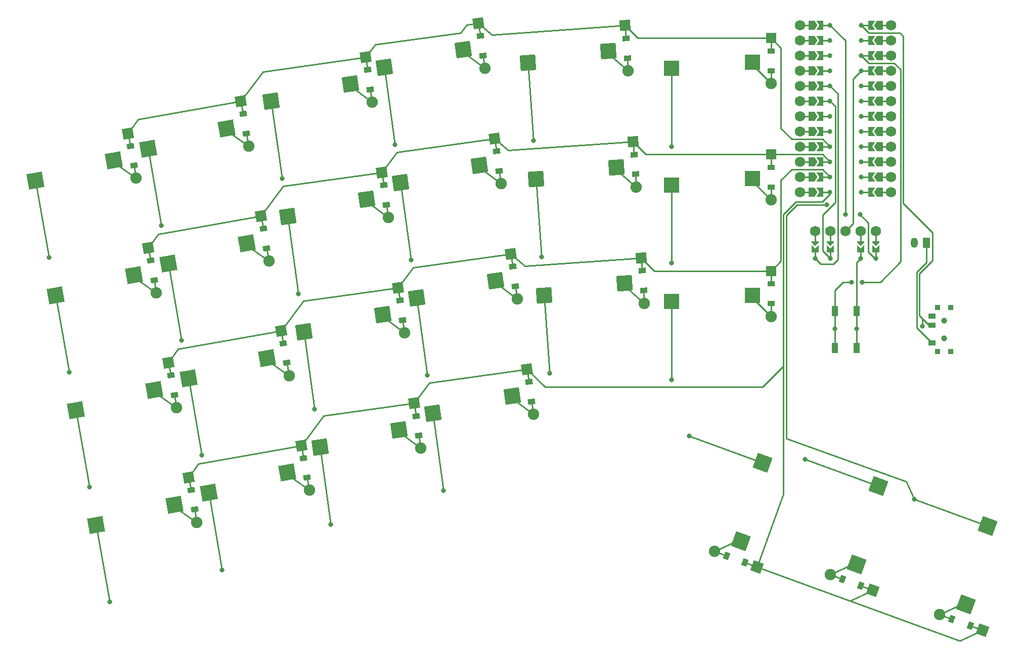
<source format=gbr>
%TF.GenerationSoftware,KiCad,Pcbnew,8.0.2*%
%TF.CreationDate,2024-05-15T16:11:07-05:00*%
%TF.ProjectId,janus,6a616e75-732e-46b6-9963-61645f706362,v1.0.0*%
%TF.SameCoordinates,Original*%
%TF.FileFunction,Copper,L1,Top*%
%TF.FilePolarity,Positive*%
%FSLAX46Y46*%
G04 Gerber Fmt 4.6, Leading zero omitted, Abs format (unit mm)*
G04 Created by KiCad (PCBNEW 8.0.2) date 2024-05-15 16:11:07*
%MOMM*%
%LPD*%
G01*
G04 APERTURE LIST*
G04 Aperture macros list*
%AMRotRect*
0 Rectangle, with rotation*
0 The origin of the aperture is its center*
0 $1 length*
0 $2 width*
0 $3 Rotation angle, in degrees counterclockwise*
0 Add horizontal line*
21,1,$1,$2,0,0,$3*%
%AMFreePoly0*
4,1,6,0.600000,0.200000,0.000000,-0.400000,-0.600000,0.200000,-0.600000,0.400000,0.600000,0.400000,0.600000,0.200000,0.600000,0.200000,$1*%
%AMFreePoly1*
4,1,6,0.600000,-0.250000,-0.600000,-0.250000,-0.600000,1.000000,0.000000,0.400000,0.600000,1.000000,0.600000,-0.250000,0.600000,-0.250000,$1*%
%AMFreePoly2*
4,1,6,1.000000,0.000000,0.500000,-0.750000,-0.500000,-0.750000,-0.500000,0.750000,0.500000,0.750000,1.000000,0.000000,1.000000,0.000000,$1*%
%AMFreePoly3*
4,1,6,0.500000,-0.750000,-0.650000,-0.750000,-0.150000,0.000000,-0.650000,0.750000,0.500000,0.750000,0.500000,-0.750000,0.500000,-0.750000,$1*%
G04 Aperture macros list end*
%TA.AperFunction,SMDPad,CuDef*%
%ADD10FreePoly0,0.000000*%
%TD*%
%TA.AperFunction,SMDPad,CuDef*%
%ADD11FreePoly1,0.000000*%
%TD*%
%TA.AperFunction,ComponentPad*%
%ADD12C,0.800000*%
%TD*%
%TA.AperFunction,ComponentPad*%
%ADD13C,1.752600*%
%TD*%
%TA.AperFunction,SMDPad,CuDef*%
%ADD14R,0.900000X0.900000*%
%TD*%
%TA.AperFunction,WasherPad*%
%ADD15C,1.000000*%
%TD*%
%TA.AperFunction,SMDPad,CuDef*%
%ADD16R,1.250000X0.900000*%
%TD*%
%TA.AperFunction,SMDPad,CuDef*%
%ADD17R,1.100000X1.800000*%
%TD*%
%TA.AperFunction,ComponentPad*%
%ADD18R,1.778000X1.778000*%
%TD*%
%TA.AperFunction,SMDPad,CuDef*%
%ADD19R,1.200000X0.900000*%
%TD*%
%TA.AperFunction,ComponentPad*%
%ADD20C,1.905000*%
%TD*%
%TA.AperFunction,SMDPad,CuDef*%
%ADD21RotRect,2.600000X2.600000X10.000000*%
%TD*%
%TA.AperFunction,ComponentPad*%
%ADD22RotRect,1.778000X1.778000X278.000000*%
%TD*%
%TA.AperFunction,SMDPad,CuDef*%
%ADD23RotRect,0.900000X1.200000X278.000000*%
%TD*%
%TA.AperFunction,SMDPad,CuDef*%
%ADD24RotRect,2.600000X2.600000X8.000000*%
%TD*%
%TA.AperFunction,SMDPad,CuDef*%
%ADD25R,2.600000X2.600000*%
%TD*%
%TA.AperFunction,ComponentPad*%
%ADD26RotRect,1.778000X1.778000X160.000000*%
%TD*%
%TA.AperFunction,SMDPad,CuDef*%
%ADD27RotRect,0.900000X1.200000X160.000000*%
%TD*%
%TA.AperFunction,ComponentPad*%
%ADD28RotRect,1.778000X1.778000X274.000000*%
%TD*%
%TA.AperFunction,SMDPad,CuDef*%
%ADD29RotRect,0.900000X1.200000X274.000000*%
%TD*%
%TA.AperFunction,ComponentPad*%
%ADD30RotRect,1.778000X1.778000X280.000000*%
%TD*%
%TA.AperFunction,SMDPad,CuDef*%
%ADD31RotRect,0.900000X1.200000X280.000000*%
%TD*%
%TA.AperFunction,ComponentPad*%
%ADD32R,1.200000X1.700000*%
%TD*%
%TA.AperFunction,ComponentPad*%
%ADD33O,1.200000X1.700000*%
%TD*%
%TA.AperFunction,SMDPad,CuDef*%
%ADD34FreePoly2,0.000000*%
%TD*%
%TA.AperFunction,SMDPad,CuDef*%
%ADD35FreePoly3,0.000000*%
%TD*%
%TA.AperFunction,SMDPad,CuDef*%
%ADD36FreePoly3,180.000000*%
%TD*%
%TA.AperFunction,SMDPad,CuDef*%
%ADD37FreePoly2,180.000000*%
%TD*%
%TA.AperFunction,SMDPad,CuDef*%
%ADD38RotRect,2.600000X2.600000X4.000000*%
%TD*%
%TA.AperFunction,SMDPad,CuDef*%
%ADD39RotRect,2.600000X2.600000X250.000000*%
%TD*%
%TA.AperFunction,ViaPad*%
%ADD40C,0.800000*%
%TD*%
%TA.AperFunction,Conductor*%
%ADD41C,0.250000*%
%TD*%
G04 APERTURE END LIST*
D10*
%TO.P,OLED1,*%
%TO.N,O1*%
X267709351Y-135545229D03*
D11*
%TO.N,P2*%
X267709351Y-136722028D03*
D12*
X267709351Y-137992028D03*
D11*
%TO.N,P3*%
X270249345Y-136722033D03*
D10*
%TO.N,O2*%
X270249351Y-135545228D03*
D12*
%TO.N,P3*%
X270249351Y-137992028D03*
D10*
%TO.N,O4*%
X275329351Y-135545228D03*
D11*
%TO.N,GND*%
X275329351Y-136722028D03*
D12*
X275329351Y-137992028D03*
D10*
%TO.N,O5*%
X277869354Y-135545228D03*
D11*
%TO.N,P1*%
X277869351Y-136722028D03*
D12*
X277869351Y-137992028D03*
D13*
%TO.P,OLED1,1*%
%TO.N,O1*%
X267709351Y-133390028D03*
%TO.P,OLED1,2*%
%TO.N,O2*%
X270249351Y-133390028D03*
%TO.P,OLED1,3*%
%TO.N,VCC*%
X272789351Y-133390028D03*
%TO.P,OLED1,4*%
%TO.N,O4*%
X275329351Y-133390028D03*
%TO.P,OLED1,5*%
%TO.N,O5*%
X277869351Y-133390028D03*
%TD*%
D14*
%TO.P,T1,*%
%TO.N,*%
X290389355Y-146210031D03*
X288189355Y-146210031D03*
D15*
X289289355Y-148410031D03*
X289289355Y-151410031D03*
D14*
X290389355Y-153610031D03*
X288189355Y-153610031D03*
D16*
%TO.P,T1,1*%
%TO.N,BPOS*%
X287214355Y-152160031D03*
%TO.P,T1,2*%
%TO.N,RAW*%
X287214355Y-149160031D03*
%TO.P,T1,3*%
%TO.N,N/C*%
X287214355Y-147660031D03*
%TD*%
D17*
%TO.P,B1,1*%
%TO.N,GND*%
X274639354Y-146810049D03*
X274639354Y-153010031D03*
%TO.P,B1,2*%
%TO.N,RST*%
X270939354Y-146810049D03*
X270939354Y-153010031D03*
%TD*%
D18*
%TO.P,D20,1*%
%TO.N,P8*%
X260289343Y-140100035D03*
D19*
X260289343Y-142260035D03*
%TO.P,D20,2*%
%TO.N,inner_bottom*%
X260289343Y-145560035D03*
D20*
X260289343Y-147720035D03*
%TD*%
D21*
%TO.P,S6,1*%
%TO.N,P19*%
X162737293Y-158031122D03*
D12*
X165008961Y-170914370D03*
D21*
%TO.P,S6,2*%
%TO.N,pinky_bottom*%
X175899109Y-154644141D03*
%TD*%
D22*
%TO.P,D12,1*%
%TO.N,P6*%
X192412629Y-104307571D03*
D23*
X192713244Y-106446550D03*
%TO.P,D12,2*%
%TO.N,ring_top*%
X193172516Y-109714434D03*
D20*
X193473131Y-111853413D03*
%TD*%
D24*
%TO.P,S12,1*%
%TO.N,P18*%
X176611076Y-111688558D03*
D12*
X178431739Y-124643245D03*
D24*
%TO.P,S12,2*%
%TO.N,ring_top*%
X189883077Y-108762981D03*
%TD*%
D25*
%TO.P,S22,1*%
%TO.N,P16*%
X243614359Y-106210034D03*
D12*
X243614359Y-119292034D03*
D25*
%TO.P,S22,2*%
%TO.N,inner_top*%
X257164359Y-105160034D03*
%TD*%
D26*
%TO.P,D23,1*%
%TO.N,P9*%
X257949704Y-189626631D03*
D27*
X255919974Y-188887868D03*
%TO.P,D23,2*%
%TO.N,inner_cluster*%
X252818978Y-187759200D03*
D20*
X250789248Y-187020437D03*
%TD*%
D22*
%TO.P,D15,1*%
%TO.N,P7*%
X214019207Y-117933125D03*
D23*
X214319822Y-120072104D03*
%TO.P,D15,2*%
%TO.N,middle_home*%
X214779094Y-123339988D03*
D20*
X215079709Y-125478967D03*
%TD*%
D21*
%TO.P,S8,1*%
%TO.N,P19*%
X155964997Y-119623611D03*
D12*
X158236665Y-132506859D03*
D21*
%TO.P,S8,2*%
%TO.N,pinky_top*%
X169126813Y-116236630D03*
%TD*%
%TO.P,S4,1*%
%TO.N,P20*%
X137108551Y-124979373D03*
D12*
X139380219Y-137862621D03*
D21*
%TO.P,S4,2*%
%TO.N,outer_top*%
X150270367Y-121592392D03*
%TD*%
D24*
%TO.P,S15,1*%
%TO.N,P15*%
X198217663Y-125314098D03*
D12*
X200038326Y-138268785D03*
D24*
%TO.P,S15,2*%
%TO.N,middle_home*%
X211489664Y-122388521D03*
%TD*%
D21*
%TO.P,S1,1*%
%TO.N,P20*%
X147266972Y-182590626D03*
D12*
X149538640Y-195473874D03*
D21*
%TO.P,S1,2*%
%TO.N,outer_mod*%
X160428788Y-179203645D03*
%TD*%
D25*
%TO.P,S20,1*%
%TO.N,P16*%
X243614348Y-145210041D03*
D12*
X243614348Y-158292041D03*
D25*
%TO.P,S20,2*%
%TO.N,inner_bottom*%
X257164348Y-144160041D03*
%TD*%
D28*
%TO.P,D19,1*%
%TO.N,P6*%
X235840585Y-99006181D03*
D29*
X235991259Y-101160919D03*
%TO.P,D19,2*%
%TO.N,index_top*%
X236221455Y-104452881D03*
D20*
X236372129Y-106607619D03*
%TD*%
D24*
%TO.P,S16,1*%
%TO.N,P15*%
X195503793Y-106003873D03*
D12*
X197324456Y-118958560D03*
D24*
%TO.P,S16,2*%
%TO.N,middle_top*%
X208775794Y-103078296D03*
%TD*%
D30*
%TO.P,D3,1*%
%TO.N,P7*%
X156029023Y-136255170D03*
D31*
X156404104Y-138382355D03*
%TO.P,D3,2*%
%TO.N,outer_home*%
X156977142Y-141632223D03*
D20*
X157352223Y-143759408D03*
%TD*%
D26*
%TO.P,D25,1*%
%TO.N,P9*%
X295659414Y-200215192D03*
D27*
X293629679Y-199476428D03*
%TO.P,D25,2*%
%TO.N,outer_cluster*%
X290528691Y-198347762D03*
D20*
X288498956Y-197608998D03*
%TD*%
D30*
%TO.P,D5,1*%
%TO.N,P9*%
X181657756Y-169306913D03*
D31*
X182032837Y-171434098D03*
%TO.P,D5,2*%
%TO.N,pinky_mod*%
X182605875Y-174683966D03*
D20*
X182980956Y-176811151D03*
%TD*%
D22*
%TO.P,D11,1*%
%TO.N,P7*%
X195126498Y-123617787D03*
D23*
X195427113Y-125756766D03*
%TO.P,D11,2*%
%TO.N,ring_home*%
X195886385Y-129024650D03*
D20*
X196187000Y-131163629D03*
%TD*%
D30*
%TO.P,D7,1*%
%TO.N,P7*%
X174885473Y-130899409D03*
D31*
X175260554Y-133026594D03*
%TO.P,D7,2*%
%TO.N,pinky_home*%
X175833592Y-136276462D03*
D20*
X176208673Y-138403647D03*
%TD*%
D32*
%TO.P,JST1,1*%
%TO.N,BPOS*%
X286289342Y-135410035D03*
D33*
%TO.P,JST1,2*%
%TO.N,GND*%
X284289342Y-135410027D03*
%TD*%
D22*
%TO.P,D9,1*%
%TO.N,P9*%
X200554252Y-162238248D03*
D23*
X200854867Y-164377227D03*
%TO.P,D9,2*%
%TO.N,ring_mod*%
X201314139Y-167645111D03*
D20*
X201614754Y-169784090D03*
%TD*%
D21*
%TO.P,S7,1*%
%TO.N,P19*%
X159351142Y-138827365D03*
D12*
X161622810Y-151710613D03*
D21*
%TO.P,S7,2*%
%TO.N,pinky_home*%
X172512958Y-135440384D03*
%TD*%
D28*
%TO.P,D17,1*%
%TO.N,P8*%
X238561101Y-137911179D03*
D29*
X238711775Y-140065917D03*
%TO.P,D17,2*%
%TO.N,index_bottom*%
X238941971Y-143357879D03*
D20*
X239092645Y-145512617D03*
%TD*%
D24*
%TO.P,S9,1*%
%TO.N,P18*%
X184752712Y-169619234D03*
D12*
X186573375Y-182573921D03*
D24*
%TO.P,S9,2*%
%TO.N,ring_mod*%
X198024713Y-166693657D03*
%TD*%
D18*
%TO.P,D21,1*%
%TO.N,P7*%
X260289345Y-120600032D03*
D19*
X260289345Y-122760032D03*
%TO.P,D21,2*%
%TO.N,inner_home*%
X260289345Y-126060032D03*
D20*
X260289345Y-128220032D03*
%TD*%
D24*
%TO.P,S13,1*%
%TO.N,P15*%
X203645417Y-163934561D03*
D12*
X205466080Y-176889248D03*
D24*
%TO.P,S13,2*%
%TO.N,middle_mod*%
X216917418Y-161008984D03*
%TD*%
D13*
%TO.P,MCU1,*%
%TO.N,2*%
X265169359Y-101480032D03*
%TO.N,3*%
X265169359Y-104020034D03*
%TO.N,4*%
X265169359Y-106560034D03*
%TO.N,5*%
X265169359Y-109100034D03*
%TO.N,6*%
X265169359Y-111640034D03*
%TO.N,7*%
X265169359Y-114180034D03*
%TO.N,8*%
X265169359Y-116720034D03*
%TO.N,9*%
X265169359Y-119260034D03*
%TO.N,10*%
X265169359Y-121800034D03*
%TO.N,11*%
X265169359Y-124340036D03*
%TO.N,12*%
X265169366Y-126880034D03*
%TO.N,1*%
X265169367Y-98940034D03*
D34*
%TO.N,3*%
X267074353Y-104020034D03*
%TO.N,10*%
X267074353Y-121800034D03*
%TO.N,6*%
X267074358Y-111640041D03*
%TO.N,1*%
X267074359Y-98940034D03*
%TO.N,2*%
X267074359Y-101480034D03*
%TO.N,4*%
X267074359Y-106560034D03*
%TO.N,5*%
X267074359Y-109100034D03*
%TO.N,8*%
X267074359Y-116720034D03*
%TO.N,9*%
X267074359Y-119260037D03*
%TO.N,11*%
X267074359Y-124340034D03*
%TO.N,12*%
X267074359Y-126880034D03*
%TO.N,7*%
X267074360Y-114180021D03*
D35*
%TO.N,P1*%
X268524354Y-98940031D03*
%TO.N,GND*%
X268524359Y-106560030D03*
%TO.N,P3*%
X268524358Y-111640034D03*
%TO.N,P5*%
X268524359Y-116720036D03*
%TO.N,P6*%
X268524359Y-119260034D03*
%TO.N,P8*%
X268524359Y-124340034D03*
%TO.N,P2*%
X268524361Y-109100027D03*
%TO.N,P4*%
X268524362Y-114180036D03*
%TO.N,P0*%
X268524364Y-101480036D03*
%TO.N,GND*%
X268524365Y-104020034D03*
%TO.N,P7*%
X268524365Y-121800034D03*
%TO.N,P9*%
X268524365Y-126880036D03*
D36*
%TO.N,RAW*%
X277054353Y-98940032D03*
%TO.N,RST*%
X277054353Y-104020034D03*
%TO.N,P14*%
X277054353Y-121800034D03*
%TO.N,P16*%
X277054354Y-124340032D03*
%TO.N,P20*%
X277054356Y-111640032D03*
%TO.N,P18*%
X277054357Y-116720041D03*
%TO.N,GND*%
X277054359Y-101480034D03*
%TO.N,VCC*%
X277054359Y-106560034D03*
%TO.N,P21*%
X277054359Y-109100032D03*
%TO.N,P19*%
X277054360Y-114180034D03*
%TO.N,P15*%
X277054359Y-119260038D03*
%TO.N,P10*%
X277054364Y-126880037D03*
D37*
%TO.N,19*%
X278504358Y-111640047D03*
%TO.N,24*%
X278504359Y-98940034D03*
%TO.N,23*%
X278504359Y-101480034D03*
%TO.N,21*%
X278504359Y-106560031D03*
%TO.N,20*%
X278504359Y-109100034D03*
%TO.N,17*%
X278504359Y-116720034D03*
%TO.N,16*%
X278504359Y-119260034D03*
%TO.N,14*%
X278504359Y-124340034D03*
%TO.N,13*%
X278504359Y-126880034D03*
%TO.N,18*%
X278504360Y-114180027D03*
%TO.N,22*%
X278504365Y-104020034D03*
%TO.N,15*%
X278504365Y-121800034D03*
D13*
%TO.N,13*%
X280409351Y-126880034D03*
%TO.N,24*%
X280409352Y-98940034D03*
%TO.N,23*%
X280409359Y-101480032D03*
%TO.N,22*%
X280409359Y-104020034D03*
%TO.N,21*%
X280409359Y-106560034D03*
%TO.N,20*%
X280409359Y-109100034D03*
%TO.N,19*%
X280409359Y-111640034D03*
%TO.N,18*%
X280409359Y-114180034D03*
%TO.N,17*%
X280409359Y-116720034D03*
%TO.N,16*%
X280409359Y-119260034D03*
%TO.N,15*%
X280409359Y-121800034D03*
%TO.N,14*%
X280409359Y-124340036D03*
D12*
%TO.P,MCU1,B+*%
%TO.N,RAW*%
X275409359Y-98940034D03*
%TO.P,MCU1,GND*%
%TO.N,GND*%
X270169359Y-106560034D03*
X270169360Y-104020034D03*
X275409359Y-101480034D03*
%TO.P,MCU1,P0*%
%TO.N,P0*%
X270169359Y-101480034D03*
%TO.P,MCU1,P1*%
%TO.N,P1*%
X270169359Y-98940034D03*
%TO.P,MCU1,P2*%
%TO.N,P2*%
X270169359Y-109100034D03*
%TO.P,MCU1,P3*%
%TO.N,P3*%
X270169354Y-111640039D03*
%TO.P,MCU1,P4*%
%TO.N,P4*%
X270169359Y-114180034D03*
%TO.P,MCU1,P5*%
%TO.N,P5*%
X270169359Y-116720034D03*
%TO.P,MCU1,P6*%
%TO.N,P6*%
X270169359Y-119260034D03*
%TO.P,MCU1,P7*%
%TO.N,P7*%
X270169359Y-121800039D03*
%TO.P,MCU1,P8*%
%TO.N,P8*%
X270169359Y-124340034D03*
%TO.P,MCU1,P9*%
%TO.N,P9*%
X270169359Y-126880034D03*
%TO.P,MCU1,P10*%
%TO.N,P10*%
X275409359Y-126880034D03*
%TO.P,MCU1,P14*%
%TO.N,P14*%
X275409358Y-121800034D03*
%TO.P,MCU1,P15*%
%TO.N,P15*%
X275409359Y-119260034D03*
%TO.P,MCU1,P16*%
%TO.N,P16*%
X275409359Y-124340034D03*
%TO.P,MCU1,P18*%
%TO.N,P18*%
X275409359Y-116720034D03*
%TO.P,MCU1,P19*%
%TO.N,P19*%
X275409364Y-114180029D03*
%TO.P,MCU1,P20*%
%TO.N,P20*%
X275409359Y-111640034D03*
%TO.P,MCU1,P21*%
%TO.N,P21*%
X275409359Y-109100034D03*
%TO.P,MCU1,RST*%
%TO.N,RST*%
X275409359Y-104020029D03*
%TO.P,MCU1,VCC*%
%TO.N,VCC*%
X275409359Y-106560034D03*
%TD*%
D30*
%TO.P,D2,1*%
%TO.N,P8*%
X159415160Y-155458915D03*
D31*
X159790241Y-157586100D03*
%TO.P,D2,2*%
%TO.N,outer_bottom*%
X160363279Y-160835968D03*
D20*
X160738360Y-162963153D03*
%TD*%
D21*
%TO.P,S3,1*%
%TO.N,P20*%
X140494692Y-144183120D03*
D12*
X142766360Y-157066368D03*
D21*
%TO.P,S3,2*%
%TO.N,outer_home*%
X153656508Y-140796139D03*
%TD*%
D38*
%TO.P,S17,1*%
%TO.N,P14*%
X222283161Y-144171920D03*
D12*
X223195716Y-157222053D03*
D38*
%TO.P,S17,2*%
%TO.N,index_bottom*%
X235726910Y-142179277D03*
%TD*%
D30*
%TO.P,D6,1*%
%TO.N,P8*%
X178271608Y-150103165D03*
D31*
X178646689Y-152230350D03*
%TO.P,D6,2*%
%TO.N,pinky_bottom*%
X179219727Y-155480218D03*
D20*
X179594808Y-157607403D03*
%TD*%
D22*
%TO.P,D10,1*%
%TO.N,P8*%
X197840379Y-142928034D03*
D23*
X198140994Y-145067013D03*
%TO.P,D10,2*%
%TO.N,ring_bottom*%
X198600266Y-148334897D03*
D20*
X198900881Y-150473876D03*
%TD*%
D21*
%TO.P,S2,1*%
%TO.N,P20*%
X143880832Y-163386874D03*
D12*
X146152500Y-176270122D03*
D21*
%TO.P,S2,2*%
%TO.N,outer_bottom*%
X157042648Y-159999893D03*
%TD*%
D30*
%TO.P,D1,1*%
%TO.N,P9*%
X162801287Y-174662671D03*
D31*
X163176368Y-176789856D03*
%TO.P,D1,2*%
%TO.N,outer_mod*%
X163749406Y-180039724D03*
D20*
X164124487Y-182166909D03*
%TD*%
D25*
%TO.P,S21,1*%
%TO.N,P16*%
X243614351Y-125710039D03*
D12*
X243614351Y-138792039D03*
D25*
%TO.P,S21,2*%
%TO.N,inner_home*%
X257164351Y-124660039D03*
%TD*%
D26*
%TO.P,D24,1*%
%TO.N,P9*%
X277335402Y-193545801D03*
D27*
X275305667Y-192807037D03*
%TO.P,D24,2*%
%TO.N,home_cluster*%
X272204679Y-191678371D03*
D20*
X270174944Y-190939607D03*
%TD*%
D24*
%TO.P,S14,1*%
%TO.N,P15*%
X200931546Y-144624332D03*
D12*
X202752209Y-157579019D03*
D24*
%TO.P,S14,2*%
%TO.N,middle_bottom*%
X214203547Y-141698755D03*
%TD*%
D18*
%TO.P,D22,1*%
%TO.N,P6*%
X260289346Y-101100033D03*
D19*
X260289346Y-103260033D03*
%TO.P,D22,2*%
%TO.N,inner_top*%
X260289346Y-106560033D03*
D20*
X260289346Y-108720033D03*
%TD*%
D12*
%TO.P,S24,1*%
%TO.N,P16*%
X265943704Y-171654391D03*
D39*
X278236763Y-176128700D03*
%TO.P,S24,2*%
%TO.N,home_cluster*%
X274589067Y-189220655D03*
%TD*%
%TO.P,S23,1*%
%TO.N,P14*%
X258851088Y-172209533D03*
D12*
X246558027Y-167735228D03*
D39*
%TO.P,S23,2*%
%TO.N,inner_cluster*%
X255203390Y-185301484D03*
%TD*%
D30*
%TO.P,D4,1*%
%TO.N,P6*%
X152642877Y-117051417D03*
D31*
X153017958Y-119178602D03*
%TO.P,D4,2*%
%TO.N,outer_top*%
X153590996Y-122428470D03*
D20*
X153966077Y-124555655D03*
%TD*%
D21*
%TO.P,S5,1*%
%TO.N,P19*%
X166123421Y-177234865D03*
D12*
X168395089Y-190118113D03*
D21*
%TO.P,S5,2*%
%TO.N,pinky_mod*%
X179285237Y-173847884D03*
%TD*%
D38*
%TO.P,S18,1*%
%TO.N,P14*%
X220922919Y-124719422D03*
D12*
X221835474Y-137769555D03*
D38*
%TO.P,S18,2*%
%TO.N,index_home*%
X234366668Y-122726779D03*
%TD*%
D30*
%TO.P,D8,1*%
%TO.N,P6*%
X171499338Y-111695657D03*
D31*
X171874419Y-113822842D03*
%TO.P,D8,2*%
%TO.N,pinky_top*%
X172447457Y-117072710D03*
D20*
X172822538Y-119199895D03*
%TD*%
D22*
%TO.P,D13,1*%
%TO.N,P9*%
X219446952Y-156553576D03*
D23*
X219747567Y-158692555D03*
%TO.P,D13,2*%
%TO.N,middle_mod*%
X220206839Y-161960439D03*
D20*
X220507454Y-164099418D03*
%TD*%
D24*
%TO.P,S11,1*%
%TO.N,P18*%
X179324964Y-130998792D03*
D12*
X181145627Y-143953479D03*
D24*
%TO.P,S11,2*%
%TO.N,ring_home*%
X192596965Y-128073215D03*
%TD*%
D22*
%TO.P,D16,1*%
%TO.N,P6*%
X211305333Y-98622891D03*
D23*
X211605948Y-100761870D03*
%TO.P,D16,2*%
%TO.N,middle_top*%
X212065220Y-104029754D03*
D20*
X212365835Y-106168733D03*
%TD*%
D38*
%TO.P,S19,1*%
%TO.N,P14*%
X219562663Y-105266924D03*
D12*
X220475218Y-118317057D03*
D38*
%TO.P,S19,2*%
%TO.N,index_top*%
X233006412Y-103274281D03*
%TD*%
D22*
%TO.P,D14,1*%
%TO.N,P8*%
X216733074Y-137243350D03*
D23*
X217033689Y-139382329D03*
%TO.P,D14,2*%
%TO.N,middle_bottom*%
X217492961Y-142650213D03*
D20*
X217793576Y-144789192D03*
%TD*%
D28*
%TO.P,D18,1*%
%TO.N,P7*%
X237200848Y-118458676D03*
D29*
X237351522Y-120613414D03*
%TO.P,D18,2*%
%TO.N,index_home*%
X237581718Y-123905376D03*
D20*
X237732392Y-126060114D03*
%TD*%
D12*
%TO.P,S25,1*%
%TO.N,P10*%
X284267706Y-178323797D03*
D39*
X296560765Y-182798106D03*
%TO.P,S25,2*%
%TO.N,outer_cluster*%
X292913069Y-195890061D03*
%TD*%
D24*
%TO.P,S10,1*%
%TO.N,P18*%
X182038832Y-150309010D03*
D12*
X183859495Y-163263697D03*
D24*
%TO.P,S10,2*%
%TO.N,ring_bottom*%
X195310833Y-147383433D03*
%TD*%
D40*
%TO.N,RST*%
X275546502Y-141943056D03*
X273732206Y-141943058D03*
X270939353Y-149766252D03*
%TO.N,GND*%
X274639354Y-149766257D03*
%TO.N,P10*%
X269617404Y-129014455D03*
%TO.N,RAW*%
X285644805Y-149359855D03*
%TO.N,P1*%
X275205404Y-130640056D03*
X272767004Y-130640057D03*
%TD*%
D41*
%TO.N,RST*%
X278558204Y-141943056D02*
X281961802Y-138539452D01*
X275546502Y-141943056D02*
X278558204Y-141943056D01*
X270939352Y-143313506D02*
X272309806Y-141943054D01*
X272309806Y-141943054D02*
X273732206Y-141943058D01*
X270939351Y-146810049D02*
X270939352Y-143313506D01*
X281961802Y-138539452D02*
X281961805Y-106332255D01*
X276680186Y-105290857D02*
X275409354Y-104020028D01*
X280920403Y-105290854D02*
X276680186Y-105290857D01*
X281961805Y-106332255D02*
X280920403Y-105290854D01*
%TO.N,GND*%
X274639352Y-146810044D02*
X274639354Y-149766257D01*
X274639356Y-153010029D02*
X274639354Y-149766257D01*
%TO.N,RST*%
X270939353Y-153010034D02*
X270939353Y-149766252D01*
X270939351Y-146810049D02*
X270939353Y-149766252D01*
%TO.N,GND*%
X274639352Y-138682026D02*
X274639352Y-146810044D01*
X275329350Y-137992025D02*
X274639352Y-138682026D01*
%TO.N,O5*%
X277869346Y-135706036D02*
X277869355Y-133390033D01*
%TO.N,O2*%
X270249348Y-135706039D02*
X270249347Y-133390029D01*
%TO.N,O4*%
X275329349Y-135706039D02*
X275329349Y-133390040D01*
%TO.N,O1*%
X267709339Y-135706035D02*
X267709349Y-133390035D01*
%TO.N,P15*%
X275409357Y-119260032D02*
X277054355Y-119260034D01*
X197324449Y-118958564D02*
X195503793Y-106003877D01*
X200931534Y-144624328D02*
X200931533Y-144624329D01*
X200038322Y-138268785D02*
X198217659Y-125314113D01*
X195503793Y-106003877D02*
X195503793Y-106003879D01*
X202752198Y-157579022D02*
X200931534Y-144624328D01*
X198217659Y-125314113D02*
X198217654Y-125314110D01*
X277054355Y-119260034D02*
X277054359Y-119260037D01*
X205466079Y-176889245D02*
X203645413Y-163934556D01*
X203645413Y-163934556D02*
X203645411Y-163934559D01*
%TO.N,outer_mod*%
X163749417Y-180039730D02*
X164124487Y-182166897D01*
X160504313Y-179632035D02*
X164124487Y-182166899D01*
X160428788Y-179203642D02*
X160504313Y-179632035D01*
X164124487Y-182166897D02*
X164124487Y-182166899D01*
%TO.N,outer_bottom*%
X160738352Y-162963158D02*
X160738357Y-162963158D01*
X160363275Y-160835979D02*
X160738352Y-162963158D01*
X157042645Y-159999894D02*
X157118179Y-160428289D01*
X157118179Y-160428289D02*
X160738357Y-162963158D01*
%TO.N,outer_home*%
X156977131Y-141632225D02*
X156977131Y-141632222D01*
X153732041Y-141224534D02*
X157352217Y-143759407D01*
X153656514Y-140796146D02*
X153732041Y-141224534D01*
X157352217Y-143759407D02*
X156977131Y-141632225D01*
%TO.N,outer_top*%
X150270375Y-121592389D02*
X150345915Y-122020788D01*
X150345915Y-122020788D02*
X153966076Y-124555645D01*
X153966076Y-124555645D02*
X153591008Y-122428470D01*
X153591008Y-122428470D02*
X153591004Y-122428468D01*
%TO.N,P14*%
X221835463Y-137769562D02*
X220922914Y-124719423D01*
X223195720Y-157222051D02*
X223195722Y-157222061D01*
X220475224Y-118317061D02*
X219562682Y-105266926D01*
X246558003Y-167735227D02*
X258851071Y-172209527D01*
X219562682Y-105266926D02*
X219562678Y-105266930D01*
X275409353Y-121800035D02*
X277054350Y-121800032D01*
X222283168Y-144171927D02*
X223195720Y-157222051D01*
X258851071Y-172209529D02*
X258851071Y-172209535D01*
X258851071Y-172209527D02*
X258851070Y-172209533D01*
X220922914Y-124719423D02*
X220922916Y-124719425D01*
%TO.N,pinky_mod*%
X182980955Y-176811152D02*
X182605870Y-174683971D01*
X182980955Y-176811152D02*
X179360773Y-174276272D01*
X182605870Y-174683971D02*
X182605867Y-174683971D01*
X179360773Y-174276272D02*
X179285236Y-173847883D01*
%TO.N,pinky_bottom*%
X179594807Y-157607405D02*
X179219742Y-155480216D01*
X179219742Y-155480216D02*
X179219737Y-155480209D01*
X179594807Y-157607405D02*
X175974648Y-155072522D01*
X175974648Y-155072522D02*
X175899092Y-154644130D01*
%TO.N,pinky_home*%
X176208663Y-138403650D02*
X175833592Y-136276469D01*
X172588497Y-135868777D02*
X172512959Y-135440385D01*
X175833592Y-136276469D02*
X175833583Y-136276468D01*
X176208663Y-138403650D02*
X172588497Y-135868777D01*
%TO.N,pinky_top*%
X172822532Y-119199890D02*
X172447453Y-117072714D01*
X172447453Y-117072714D02*
X172447455Y-117072715D01*
X172822532Y-119199890D02*
X169202357Y-116665025D01*
X169202357Y-116665025D02*
X169126822Y-116236633D01*
%TO.N,P16*%
X278236755Y-176128699D02*
X278236755Y-176128700D01*
X277054349Y-124340030D02*
X277054351Y-124340028D01*
X275409356Y-124340032D02*
X277054349Y-124340030D01*
X243614352Y-138792030D02*
X243614352Y-125710034D01*
X243614352Y-158292038D02*
X243614342Y-145210031D01*
X243614348Y-119292038D02*
X243614351Y-106210035D01*
X265943698Y-171654391D02*
X278236755Y-176128699D01*
%TO.N,ring_mod*%
X201614754Y-169784096D02*
X198085237Y-167124422D01*
X201314134Y-167645118D02*
X201314134Y-167645113D01*
X201614754Y-169784096D02*
X201314134Y-167645118D01*
X198085237Y-167124422D02*
X198024712Y-166693655D01*
%TO.N,ring_bottom*%
X198600267Y-148334893D02*
X198600265Y-148334889D01*
X198900884Y-150473882D02*
X198600267Y-148334893D01*
X195371376Y-147814202D02*
X195310835Y-147383440D01*
X198900884Y-150473882D02*
X195371376Y-147814202D01*
%TO.N,ring_home*%
X192657496Y-128503971D02*
X192596948Y-128073206D01*
X196187000Y-131163640D02*
X192657496Y-128503971D01*
X196187000Y-131163640D02*
X195886389Y-129024663D01*
X195886389Y-129024663D02*
X195886385Y-129024665D01*
%TO.N,ring_top*%
X193473119Y-111853407D02*
X189943629Y-109193747D01*
X189943629Y-109193747D02*
X189883091Y-108762983D01*
X193473119Y-111853407D02*
X193172514Y-109714440D01*
X193172514Y-109714440D02*
X193172518Y-109714443D01*
%TO.N,P10*%
X264610618Y-129005066D02*
X262826111Y-130789571D01*
X277054361Y-126880036D02*
X275409359Y-126880035D01*
X269608014Y-129005066D02*
X269617404Y-129014455D01*
X282881650Y-175351378D02*
X284267713Y-178323796D01*
X296560761Y-182798093D02*
X296560758Y-182798094D01*
X262826111Y-168110713D02*
X282881650Y-175351378D01*
X275409359Y-126880035D02*
X275409356Y-126880031D01*
X284267702Y-178323781D02*
X296560761Y-182798093D01*
X269069629Y-129005064D02*
X264610618Y-129005066D01*
X269069629Y-129005064D02*
X269608014Y-129005066D01*
X262826111Y-130789571D02*
X262826111Y-168110713D01*
%TO.N,middle_mod*%
X220507456Y-164099411D02*
X216977950Y-161439745D01*
X216977950Y-161439745D02*
X216917414Y-161008983D01*
X220507456Y-164099411D02*
X220206844Y-161960437D01*
X220206844Y-161960437D02*
X220206843Y-161960437D01*
%TO.N,middle_bottom*%
X217793581Y-144789185D02*
X214264088Y-142129520D01*
X217492972Y-142650212D02*
X217492970Y-142650211D01*
X217793581Y-144789185D02*
X217492972Y-142650212D01*
X214264088Y-142129520D02*
X214203540Y-141698760D01*
%TO.N,middle_home*%
X215079709Y-125478966D02*
X211550200Y-122819289D01*
X215079709Y-125478966D02*
X214779100Y-123339988D01*
X214779100Y-123339988D02*
X214779095Y-123339991D01*
X211550200Y-122819289D02*
X211489671Y-122388528D01*
%TO.N,middle_top*%
X212365829Y-106168737D02*
X212065221Y-104029759D01*
X212365829Y-106168737D02*
X208836330Y-103509075D01*
X208836330Y-103509075D02*
X208775796Y-103078303D01*
X212065221Y-104029759D02*
X212065220Y-104029758D01*
%TO.N,P20*%
X143880830Y-163386872D02*
X146152500Y-176270125D01*
X277054354Y-111640034D02*
X277054354Y-111640031D01*
X140494681Y-144183118D02*
X142766356Y-157066369D01*
X137108551Y-124979369D02*
X139380212Y-137862616D01*
X139380212Y-137862616D02*
X139380213Y-137862618D01*
X142766356Y-157066369D02*
X142766362Y-157066373D01*
X149538643Y-195473882D02*
X149538631Y-195473885D01*
X146152500Y-176270125D02*
X146152507Y-176270126D01*
X275409358Y-111640033D02*
X277054354Y-111640034D01*
X147266962Y-182590632D02*
X149538643Y-195473882D01*
%TO.N,index_bottom*%
X239092646Y-145512622D02*
X238941972Y-143357883D01*
X235757265Y-142613222D02*
X235726918Y-142179281D01*
X239092646Y-145512622D02*
X235757265Y-142613222D01*
%TO.N,index_home*%
X237732391Y-126060129D02*
X237581715Y-123905385D01*
X234397010Y-123160723D02*
X234366661Y-122726787D01*
X237732391Y-126060129D02*
X234397010Y-123160723D01*
%TO.N,index_top*%
X236372136Y-106607622D02*
X236221468Y-104452885D01*
X233036749Y-103708219D02*
X233006416Y-103274288D01*
X236372136Y-106607622D02*
X233036749Y-103708219D01*
%TO.N,P19*%
X168395084Y-190118123D02*
X168395084Y-190118121D01*
X166123420Y-177234865D02*
X168395084Y-190118123D01*
X161622796Y-151710617D02*
X161622799Y-151710617D01*
X275409361Y-114180029D02*
X277054357Y-114180027D01*
X155965010Y-119623617D02*
X155965006Y-119623611D01*
X159351138Y-138827364D02*
X161622796Y-151710617D01*
X162737283Y-158031124D02*
X165008960Y-170914374D01*
X165008960Y-170914374D02*
X165008963Y-170914369D01*
X277054357Y-114180027D02*
X277054355Y-114180031D01*
X158236670Y-132506864D02*
X155965010Y-119623617D01*
%TO.N,inner_bottom*%
X257164343Y-144595033D02*
X257164353Y-144160041D01*
X260289354Y-147720033D02*
X260289341Y-145560036D01*
X260289354Y-147720033D02*
X257164343Y-144595033D01*
%TO.N,inner_home*%
X257164354Y-125095039D02*
X257164352Y-124660035D01*
X260289348Y-128220037D02*
X260289343Y-126060041D01*
X260289348Y-128220037D02*
X257164354Y-125095039D01*
%TO.N,inner_top*%
X260289344Y-108720039D02*
X257164349Y-105595035D01*
X257164349Y-105595035D02*
X257164355Y-105160036D01*
X260289344Y-108720039D02*
X260289345Y-106560036D01*
%TO.N,inner_cluster*%
X250789258Y-187020431D02*
X252818992Y-187759196D01*
X254794619Y-185152714D02*
X255203372Y-185301494D01*
X254794613Y-185152699D02*
X250789258Y-187020431D01*
X255203376Y-185301489D02*
X254794613Y-185152699D01*
X252818986Y-187759207D02*
X252818989Y-187759208D01*
%TO.N,home_cluster*%
X274180295Y-189071884D02*
X274589062Y-189220665D01*
X272204682Y-191678367D02*
X270174943Y-190939607D01*
X270174942Y-190939608D02*
X274180295Y-189071884D01*
X270174943Y-190939607D02*
X270174942Y-190939608D01*
%TO.N,P18*%
X277054351Y-116720034D02*
X277054355Y-116720041D01*
X275409358Y-116720031D02*
X277054351Y-116720034D01*
X183859497Y-163263692D02*
X182038830Y-150309003D01*
X186573362Y-182573925D02*
X184752708Y-169619234D01*
X179324957Y-130998783D02*
X179324958Y-130998781D01*
X178431749Y-124643246D02*
X176611091Y-111688556D01*
X176611091Y-111688556D02*
X176611086Y-111688552D01*
X182038830Y-150309003D02*
X182038831Y-150309006D01*
X181145617Y-143953472D02*
X179324957Y-130998783D01*
X184752708Y-169619234D02*
X184752705Y-169619236D01*
%TO.N,outer_cluster*%
X292504300Y-195741278D02*
X292913079Y-195890055D01*
X290528686Y-198347766D02*
X290528682Y-198347762D01*
X288498948Y-197608996D02*
X292504300Y-195741278D01*
X288498948Y-197608996D02*
X290528686Y-198347766D01*
%TO.N,P9*%
X262376113Y-156053975D02*
X262376110Y-130603179D01*
X270169356Y-127229533D02*
X270169356Y-126880034D01*
X295659410Y-200215203D02*
X291881592Y-201976812D01*
X262360511Y-177473353D02*
X262369768Y-177482610D01*
X273557592Y-195307424D02*
X277335400Y-193545798D01*
X164420282Y-172350520D02*
X181654412Y-169311667D01*
X219446970Y-156553568D02*
X219446968Y-156553566D01*
X219747571Y-158692549D02*
X219446970Y-156553568D01*
X181654412Y-169311667D02*
X181657751Y-169306920D01*
X258887015Y-159543060D02*
X262376113Y-156053975D01*
X293629667Y-199476428D02*
X295659407Y-200215198D01*
X262360510Y-156069575D02*
X262360511Y-177473353D01*
X268524364Y-126880039D02*
X270169355Y-126880036D01*
X200554259Y-162238258D02*
X200554259Y-162238253D01*
X162801283Y-174662664D02*
X163176376Y-176789853D01*
X262376113Y-156053975D02*
X262360510Y-156069575D01*
X219446954Y-156553579D02*
X222436444Y-159543067D01*
X257949706Y-189626634D02*
X262369768Y-177482610D01*
X181657753Y-169306919D02*
X185377029Y-164371268D01*
X200554254Y-162238252D02*
X203107526Y-158849928D01*
X200854869Y-164377238D02*
X200554259Y-162238258D01*
X257949714Y-189626628D02*
X257949710Y-189626631D01*
X277335405Y-193545795D02*
X277335400Y-193545798D01*
X222436444Y-159543067D02*
X258887015Y-159543060D01*
X162801284Y-174662668D02*
X164420282Y-172350520D01*
X275305664Y-192807033D02*
X277335405Y-193545795D01*
X262376110Y-130603179D02*
X264424226Y-128555064D01*
X255919981Y-188887867D02*
X257949716Y-189626629D01*
X257949716Y-189626629D02*
X273557592Y-195307424D01*
X181657760Y-169306916D02*
X181657752Y-169306927D01*
X295659407Y-200215198D02*
X295659410Y-200215203D01*
X291881592Y-201976812D02*
X273557592Y-195307424D01*
X163176376Y-176789853D02*
X163176373Y-176789859D01*
X185377029Y-164371268D02*
X200554254Y-162238252D01*
X268843818Y-128555064D02*
X270169356Y-127229533D01*
X203107526Y-158849928D02*
X219446959Y-156553571D01*
X264424226Y-128555064D02*
X268843818Y-128555064D01*
X182032830Y-171434103D02*
X181657760Y-169306916D01*
X270169355Y-126880036D02*
X270169359Y-126880033D01*
%TO.N,P8*%
X178646685Y-152230344D02*
X178271614Y-150103162D01*
X200393667Y-139539705D02*
X216733086Y-137243360D01*
X178271614Y-150103162D02*
X178271616Y-150103159D01*
X238711774Y-140065921D02*
X238561095Y-137911181D01*
X161019379Y-153167846D02*
X178253517Y-150129004D01*
X263754918Y-123076581D02*
X268905898Y-123076590D01*
X159415156Y-155458922D02*
X159415156Y-155458919D01*
X260289345Y-142260039D02*
X260289355Y-140100031D01*
X260289339Y-140100039D02*
X261926110Y-138463263D01*
X197840376Y-142928031D02*
X200393667Y-139539705D01*
X238561095Y-137911180D02*
X240749954Y-140100034D01*
X261926110Y-138463263D02*
X261926112Y-124905379D01*
X182000989Y-145154108D02*
X197840376Y-142928031D01*
X268905898Y-123076590D02*
X268905910Y-123076584D01*
X268905910Y-123076584D02*
X270169357Y-124340033D01*
X216733090Y-137243354D02*
X216733083Y-137243359D01*
X178271614Y-150103161D02*
X182000989Y-145154108D01*
X178253517Y-150129004D02*
X178271614Y-150103161D01*
X159415155Y-155458916D02*
X161019379Y-153167846D01*
X261926112Y-124905379D02*
X263754918Y-123076581D01*
X159790232Y-157586104D02*
X159415156Y-155458922D01*
X197840376Y-142928029D02*
X197840376Y-142928031D01*
X240749954Y-140100034D02*
X260289339Y-140100039D01*
X217033699Y-139382332D02*
X216733090Y-137243354D01*
X219069285Y-139274187D02*
X238561095Y-137911181D01*
X216733086Y-137243360D02*
X219069285Y-139274187D01*
X198140995Y-145067012D02*
X197840376Y-142928029D01*
X268524356Y-124340033D02*
X270169357Y-124340033D01*
%TO.N,P7*%
X174873540Y-130891062D02*
X174885462Y-130899408D01*
X237200844Y-118458679D02*
X239342201Y-120600037D01*
X175260555Y-133026598D02*
X174885469Y-130899414D01*
X195427109Y-125756786D02*
X195126505Y-123617805D01*
X197679781Y-120229481D02*
X214019206Y-117933131D01*
X260289337Y-120600038D02*
X260352799Y-120536581D01*
X195126505Y-123617805D02*
X195126499Y-123617808D01*
X268905909Y-120536586D02*
X270169357Y-121800034D01*
X260289349Y-122760041D02*
X260289340Y-120600038D01*
X270169349Y-121800029D02*
X270169357Y-121800034D01*
X157659696Y-133926323D02*
X174873540Y-130891062D01*
X174885469Y-130899414D02*
X174885471Y-130899408D01*
X268524363Y-121800031D02*
X270169349Y-121800029D01*
X156404103Y-138382352D02*
X156029011Y-136255169D01*
X156029011Y-136255169D02*
X156029016Y-136255165D01*
X214019204Y-117933134D02*
X214019214Y-117933124D01*
X156029013Y-136255167D02*
X157659696Y-133926323D01*
X174885462Y-130899408D02*
X178624966Y-125936935D01*
X239342201Y-120600037D02*
X260289337Y-120600038D01*
X214019206Y-117933131D02*
X216304713Y-119919872D01*
X237351529Y-120613421D02*
X237200841Y-118458680D01*
X216304713Y-119919872D02*
X237200843Y-118458683D01*
X214319824Y-120072100D02*
X214019204Y-117933134D01*
X260352799Y-120536581D02*
X268905905Y-120536586D01*
X178624966Y-125936935D02*
X195126494Y-123617795D01*
X268905905Y-120536586D02*
X268905909Y-120536586D01*
X195126494Y-123617795D02*
X197679781Y-120229481D01*
%TO.N,P6*%
X213541805Y-100567027D02*
X235839144Y-99007857D01*
X235991261Y-101160920D02*
X235840592Y-99006182D01*
X211305340Y-98622899D02*
X213541805Y-100567027D01*
X235840595Y-99006180D02*
X237941838Y-101107416D01*
X235839144Y-99007857D02*
X235840595Y-99006180D01*
X153017959Y-119178597D02*
X152642882Y-117051421D01*
X208355354Y-100210990D02*
X209344397Y-98898491D01*
X237941838Y-101107416D02*
X260281973Y-101107422D01*
X263766273Y-118058740D02*
X268968062Y-118058733D01*
X171499337Y-111695662D02*
X171499335Y-111695658D01*
X261951519Y-116243980D02*
X263766273Y-118058740D01*
X268524357Y-119260031D02*
X270169357Y-119260032D01*
X268968062Y-118058733D02*
X268968061Y-118058736D01*
X192412626Y-104307575D02*
X193976862Y-102231746D01*
X211605941Y-100761879D02*
X211305345Y-98622902D01*
X192412631Y-104307573D02*
X192412627Y-104307576D01*
X260289345Y-101100036D02*
X261951519Y-102762205D01*
X260289334Y-103260038D02*
X260289339Y-101100037D01*
X193976862Y-102231746D02*
X208355354Y-100210990D01*
X152642882Y-117051421D02*
X152642876Y-117051413D01*
X152642875Y-117051414D02*
X154279388Y-114714231D01*
X175248927Y-106719771D02*
X192412626Y-104307575D01*
X211305345Y-98622902D02*
X211305334Y-98622900D01*
X260281973Y-101107422D02*
X260289345Y-101100036D01*
X261951519Y-102762205D02*
X261951519Y-116243980D01*
X192713240Y-106446560D02*
X192412631Y-104307573D01*
X154279388Y-114714231D02*
X171479064Y-111681473D01*
X171479064Y-111681473D02*
X171499329Y-111695655D01*
X268968061Y-118058736D02*
X270169357Y-119260032D01*
X171499329Y-111695655D02*
X175248927Y-106719771D01*
X171874407Y-113822846D02*
X171499337Y-111695662D01*
X209344397Y-98898491D02*
X211305337Y-98622898D01*
%TO.N,RAW*%
X285644808Y-148115253D02*
X285594005Y-148064454D01*
X282411803Y-128804056D02*
X282411803Y-100787853D01*
X287295803Y-138336257D02*
X287295805Y-133688058D01*
X277054351Y-98940031D02*
X275409358Y-98940028D01*
X281834805Y-100210856D02*
X276680180Y-100210856D01*
X285644805Y-149359855D02*
X285644808Y-148115253D01*
X275409358Y-98940028D02*
X275409359Y-98940032D01*
X285129607Y-147600056D02*
X285129606Y-140502455D01*
X287214352Y-149160030D02*
X286689581Y-149160032D01*
X287295805Y-133688058D02*
X282411803Y-128804056D01*
X282411803Y-100787853D02*
X281834805Y-100210856D01*
X276680180Y-100210856D02*
X275409359Y-98940032D01*
X285594005Y-148064454D02*
X285129607Y-147600056D01*
X286689581Y-149160032D02*
X285594005Y-148064454D01*
X285129606Y-140502455D02*
X287295803Y-138336257D01*
%TO.N,GND*%
X277054358Y-101480032D02*
X275409356Y-101480032D01*
X270169354Y-106560027D02*
X270169356Y-106560033D01*
X268524362Y-104020034D02*
X270169354Y-104020034D01*
X275329346Y-136722026D02*
X275329354Y-137992040D01*
X268524355Y-106560029D02*
X270169354Y-106560027D01*
%TO.N,RST*%
X277054351Y-104020034D02*
X275409359Y-104020035D01*
X275409359Y-104020035D02*
X275409354Y-104020028D01*
%TO.N,VCC*%
X273986202Y-132193173D02*
X273986203Y-107983184D01*
X272789348Y-133390027D02*
X273986202Y-132193173D01*
X273986203Y-107983184D02*
X275409356Y-106560030D01*
X275409356Y-106560030D02*
X277054357Y-106560033D01*
%TO.N,P21*%
X277054356Y-109100035D02*
X277054356Y-109100033D01*
X275409356Y-109100033D02*
X277054356Y-109100035D01*
%TO.N,P1*%
X272767004Y-101537680D02*
X270169358Y-98940032D01*
X277869353Y-136722039D02*
X277869339Y-137992025D01*
X275205404Y-130640056D02*
X276602403Y-132037055D01*
X268524355Y-98940034D02*
X270169356Y-98940030D01*
X276602403Y-132037055D02*
X276602407Y-136939258D01*
X277655177Y-137992029D02*
X277869350Y-137992028D01*
X270169356Y-98940030D02*
X270169358Y-98940032D01*
X272767004Y-130640057D02*
X272767004Y-101537680D01*
X276602407Y-136939258D02*
X277655177Y-137992029D01*
%TO.N,P0*%
X270169353Y-101480033D02*
X270169355Y-101480033D01*
X268524362Y-101480035D02*
X270169353Y-101480033D01*
%TO.N,P2*%
X267709347Y-136722030D02*
X267709345Y-137992042D01*
X271497007Y-138158457D02*
X271497002Y-110427684D01*
X270169350Y-109100028D02*
X270169358Y-109100033D01*
X271497002Y-110427684D02*
X270169358Y-109100033D01*
X267709348Y-137992029D02*
X268637777Y-138920453D01*
X268637777Y-138920453D02*
X270735006Y-138920454D01*
X268524358Y-109100027D02*
X270169350Y-109100028D01*
X270735006Y-138920454D02*
X271497007Y-138158457D01*
%TO.N,P3*%
X271047006Y-128626257D02*
X271047006Y-112517687D01*
X268982402Y-136725080D02*
X268982404Y-130690853D01*
X268524355Y-111640034D02*
X270169350Y-111640033D01*
X271047006Y-112517687D02*
X270169352Y-111640034D01*
X270169350Y-111640033D02*
X270169352Y-111640034D01*
X270249353Y-137992028D02*
X268982402Y-136725080D01*
X268982404Y-130690853D02*
X271047006Y-128626257D01*
X270249344Y-136722048D02*
X270249350Y-137992031D01*
%TO.N,P4*%
X270169353Y-114180031D02*
X270169353Y-114180029D01*
X268524359Y-114180036D02*
X270169353Y-114180031D01*
%TO.N,P5*%
X270169355Y-116720035D02*
X270169357Y-116720033D01*
X268524357Y-116720035D02*
X270169355Y-116720035D01*
%TO.N,BPOS*%
X287214353Y-152160031D02*
X284679604Y-149625279D01*
X284679605Y-140316059D02*
X286289347Y-138706322D01*
X286289347Y-138706322D02*
X286289343Y-135410036D01*
X284679604Y-149625279D02*
X284679605Y-140316059D01*
%TO.N,1*%
X265169365Y-98940030D02*
X267074355Y-98940034D01*
%TO.N,2*%
X265169356Y-101480029D02*
X267074355Y-101480029D01*
X267074355Y-101480029D02*
X267074357Y-101480030D01*
%TO.N,3*%
X265169358Y-104020034D02*
X267074351Y-104020029D01*
%TO.N,4*%
X265169356Y-106560034D02*
X267074359Y-106560033D01*
%TO.N,5*%
X265169355Y-109100034D02*
X267074355Y-109100034D01*
%TO.N,6*%
X265169354Y-111640033D02*
X267074348Y-111640034D01*
X267074348Y-111640034D02*
X267074356Y-111640041D01*
%TO.N,7*%
X265169357Y-114180033D02*
X267074346Y-114180035D01*
X267074346Y-114180035D02*
X267074356Y-114180017D01*
%TO.N,8*%
X265169358Y-116720032D02*
X267074356Y-116720034D01*
%TO.N,9*%
X265169354Y-119260032D02*
X267074352Y-119260033D01*
X267074352Y-119260033D02*
X267074355Y-119260035D01*
%TO.N,10*%
X265169355Y-121800034D02*
X267074350Y-121800034D01*
%TO.N,11*%
X267074355Y-124340038D02*
X267074356Y-124340036D01*
X265169357Y-124340035D02*
X267074355Y-124340038D01*
%TO.N,12*%
X265169362Y-126880035D02*
X267074356Y-126880030D01*
%TO.N,13*%
X280409347Y-126880033D02*
X278504357Y-126880029D01*
%TO.N,14*%
X278504358Y-124340034D02*
X278504358Y-124340033D01*
X280409356Y-124340035D02*
X278504358Y-124340034D01*
%TO.N,15*%
X280409358Y-121800034D02*
X278504361Y-121800034D01*
%TO.N,16*%
X280409357Y-119260033D02*
X278504354Y-119260032D01*
%TO.N,17*%
X280409357Y-116720033D02*
X278504357Y-116720031D01*
%TO.N,18*%
X278504368Y-114180035D02*
X278504357Y-114180025D01*
X280409356Y-114180032D02*
X278504368Y-114180035D01*
%TO.N,19*%
X280409358Y-111640036D02*
X278504370Y-111640034D01*
X278504370Y-111640034D02*
X278504355Y-111640045D01*
%TO.N,20*%
X280409360Y-109100033D02*
X278504355Y-109100030D01*
%TO.N,21*%
X280409359Y-106560030D02*
X278504361Y-106560033D01*
X278504361Y-106560033D02*
X278504359Y-106560029D01*
%TO.N,22*%
X280409359Y-104020032D02*
X278504362Y-104020034D01*
%TO.N,23*%
X280409357Y-101480035D02*
X278504358Y-101480028D01*
X278504358Y-101480028D02*
X278504357Y-101480030D01*
%TO.N,24*%
X280409352Y-98940032D02*
X278504355Y-98940032D01*
%TD*%
M02*

</source>
